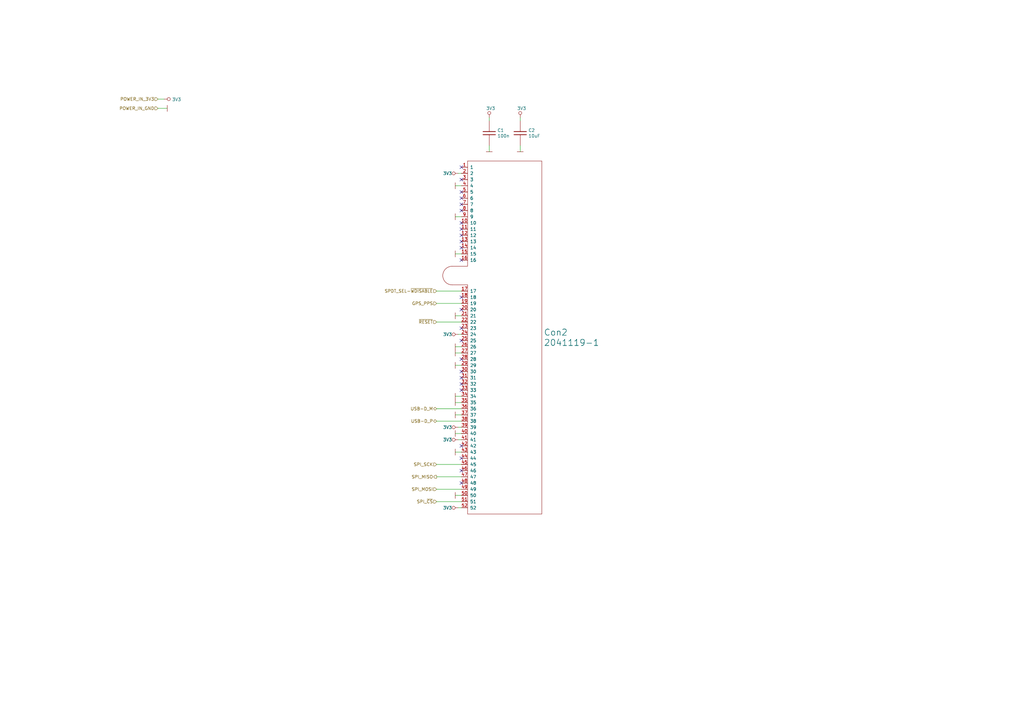
<source format=kicad_sch>
(kicad_sch (version 20210126) (generator eeschema)
  (paper "A3")
  (title_block (title "Minipci Module") (date "2021-01-10") (rev "V1.0") (company "Embedded System Labs"))
  (lib_symbols
    (symbol "Capacitors_Smd0603:100n" (pin_numbers hide) (pin_names (offset 0.254))
      (property "Reference" "C" (at 1.27 2.54 0))
      (property "Value" "100n" (at 1.27 -2.54 0))
      (symbol "100n_0_1"
        (polyline (pts (xy 2.54 -0.635) (xy -2.54 -0.635) (xy -2.54 -0.635)) (stroke (width 0.3048)))
        (polyline (pts (xy 2.54 0.635) (xy -2.54 0.635) (xy -2.54 0.635)) (stroke (width 0.3048)))
      )
      (symbol "100n_1_1"
        (pin passive line (at 0 5.08 270) (length 4.4704) (name "~") (number "1"))
        (pin passive line (at 0 -5.08 90) (length 4.4704) (name "~") (number "2"))
      )
    )
    (symbol "Capacitors_Smd0603:10uF" (pin_numbers hide) (pin_names (offset 1.016) hide)
      (property "Reference" "C" (at -3.81 0 90))
      (property "Value" "10uF" (at 3.81 0 90))
      (symbol "10uF_1_1"
        (polyline (pts (xy 2.54 -0.635) (xy -2.54 -0.635) (xy -2.54 -0.635)) (stroke (width 0.3048)))
        (polyline (pts (xy 2.54 0.635) (xy -2.54 0.635) (xy -2.54 0.635)) (stroke (width 0.3048)))
        (pin passive line (at 0 5.08 270) (length 4.4704) (name "~") (number "1"))
        (pin passive line (at 0 -5.08 90) (length 4.4704) (name "~") (number "2"))
      )
    )
    (symbol "Smd_Connectors:2041119-1" (pin_names (offset 1.016))
      (property "Reference" "Con" (at 22.86 0 90))
      (property "Value" "2041119-1" (at 19.05 0 90))
      (symbol "2041119-1_0_1"
        (arc (start -21.59 29.21) (end -21.59 21.59) (radius (at -21.59 25.4) (length 3.81) (angles 90.1 -90.1)))
        (polyline (pts (xy -21.59 21.59) (xy -15.24 21.59)))
        (polyline (pts (xy -21.59 29.21) (xy -15.24 29.21) (xy -15.24 72.39)))
        (polyline (pts (xy -15.24 72.39) (xy 15.24 72.39) (xy 15.24 -72.39) (xy -15.24 -72.39) (xy -15.24 21.59)))
      )
      (symbol "2041119-1_1_1"
        (pin passive line (at -17.78 69.85 0) (length 2.54) (name "1") (number "1"))
        (pin passive line (at -17.78 46.99 0) (length 2.54) (name "10") (number "10"))
        (pin passive line (at -17.78 44.45 0) (length 2.54) (name "11") (number "11"))
        (pin passive line (at -17.78 41.91 0) (length 2.54) (name "12") (number "12"))
        (pin passive line (at -17.78 39.37 0) (length 2.54) (name "13") (number "13"))
        (pin passive line (at -17.78 36.83 0) (length 2.54) (name "14") (number "14"))
        (pin passive line (at -17.78 34.29 0) (length 2.54) (name "15") (number "15"))
        (pin passive line (at -17.78 31.75 0) (length 2.54) (name "16") (number "16"))
        (pin passive line (at -17.78 19.05 0) (length 2.54) (name "17") (number "17"))
        (pin passive line (at -17.78 16.51 0) (length 2.54) (name "18") (number "18"))
        (pin passive line (at -17.78 13.97 0) (length 2.54) (name "19") (number "19"))
        (pin passive line (at -17.78 67.31 0) (length 2.54) (name "2") (number "2"))
        (pin passive line (at -17.78 11.43 0) (length 2.54) (name "20") (number "20"))
        (pin passive line (at -17.78 8.89 0) (length 2.54) (name "21") (number "21"))
        (pin passive line (at -17.78 6.35 0) (length 2.54) (name "22") (number "22"))
        (pin passive line (at -17.78 3.81 0) (length 2.54) (name "23") (number "23"))
        (pin passive line (at -17.78 1.27 0) (length 2.54) (name "24") (number "24"))
        (pin passive line (at -17.78 -1.27 0) (length 2.54) (name "25") (number "25"))
        (pin passive line (at -17.78 -3.81 0) (length 2.54) (name "26") (number "26"))
        (pin passive line (at -17.78 -6.35 0) (length 2.54) (name "27") (number "27"))
        (pin passive line (at -17.78 -8.89 0) (length 2.54) (name "28") (number "28"))
        (pin passive line (at -17.78 -11.43 0) (length 2.54) (name "29") (number "29"))
        (pin passive line (at -17.78 64.77 0) (length 2.54) (name "3") (number "3"))
        (pin passive line (at -17.78 -13.97 0) (length 2.54) (name "30") (number "30"))
        (pin passive line (at -17.78 -16.51 0) (length 2.54) (name "31") (number "31"))
        (pin passive line (at -17.78 -19.05 0) (length 2.54) (name "32") (number "32"))
        (pin passive line (at -17.78 -21.59 0) (length 2.54) (name "33") (number "33"))
        (pin passive line (at -17.78 -24.13 0) (length 2.54) (name "34") (number "34"))
        (pin passive line (at -17.78 -26.67 0) (length 2.54) (name "35") (number "35"))
        (pin passive line (at -17.78 -29.21 0) (length 2.54) (name "36") (number "36"))
        (pin passive line (at -17.78 -31.75 0) (length 2.54) (name "37") (number "37"))
        (pin passive line (at -17.78 -34.29 0) (length 2.54) (name "38") (number "38"))
        (pin passive line (at -17.78 -36.83 0) (length 2.54) (name "39") (number "39"))
        (pin passive line (at -17.78 62.23 0) (length 2.54) (name "4") (number "4"))
        (pin passive line (at -17.78 -39.37 0) (length 2.54) (name "40") (number "40"))
        (pin passive line (at -17.78 -41.91 0) (length 2.54) (name "41") (number "41"))
        (pin passive line (at -17.78 -44.45 0) (length 2.54) (name "42") (number "42"))
        (pin passive line (at -17.78 -46.99 0) (length 2.54) (name "43") (number "43"))
        (pin passive line (at -17.78 -49.53 0) (length 2.54) (name "44") (number "44"))
        (pin passive line (at -17.78 -52.07 0) (length 2.54) (name "45") (number "45"))
        (pin passive line (at -17.78 -54.61 0) (length 2.54) (name "46") (number "46"))
        (pin passive line (at -17.78 -57.15 0) (length 2.54) (name "47") (number "47"))
        (pin passive line (at -17.78 -59.69 0) (length 2.54) (name "48") (number "48"))
        (pin passive line (at -17.78 -62.23 0) (length 2.54) (name "49") (number "49"))
        (pin passive line (at -17.78 59.69 0) (length 2.54) (name "5") (number "5"))
        (pin passive line (at -17.78 -64.77 0) (length 2.54) (name "50") (number "50"))
        (pin passive line (at -17.78 -67.31 0) (length 2.54) (name "51") (number "51"))
        (pin passive line (at -17.78 -69.85 0) (length 2.54) (name "52") (number "52"))
        (pin passive line (at -17.78 57.15 0) (length 2.54) (name "6") (number "6"))
        (pin passive line (at -17.78 54.61 0) (length 2.54) (name "7") (number "7"))
        (pin passive line (at -17.78 52.07 0) (length 2.54) (name "8") (number "8"))
        (pin passive line (at -17.78 49.53 0) (length 2.54) (name "9") (number "9"))
      )
    )
    (symbol "power:3V3_NO_GLOBAL" (pin_names (offset 0))
      (property "Value" "3V3_NO_GLOBAL" (at 0 3.81 0))
      (symbol "3V3_NO_GLOBAL_0_0"
        (pin power_in line (at 0 0 90) (length 0) hide (name "3V3") (number "1"))
      )
      (symbol "3V3_NO_GLOBAL_0_1"
        (circle (center 0 1.905) (radius 0.635))
        (polyline (pts (xy 0 1.27) (xy 0 0)))
      )
    )
    (symbol "power:GND" (power) (pin_names (offset 0))
      (symbol "GND_0_1"
        (polyline (pts (xy -1.27 0) (xy 1.27 0)))
      )
      (symbol "GND_1_1"
        (pin power_in line (at 0 0 180) (length 0) hide (name "GND") (number "1"))
      )
    )
  )
  (no_connect (at 189.23 68.58))
  (no_connect (at 189.23 73.66))
  (no_connect (at 189.23 78.74))
  (no_connect (at 189.23 81.28))
  (no_connect (at 189.23 83.82))
  (no_connect (at 189.23 86.36))
  (no_connect (at 189.23 91.44))
  (no_connect (at 189.23 93.98))
  (no_connect (at 189.23 96.52))
  (no_connect (at 189.23 99.06))
  (no_connect (at 189.23 101.6))
  (no_connect (at 189.23 106.68))
  (no_connect (at 189.23 121.92))
  (no_connect (at 189.23 127))
  (no_connect (at 189.23 134.62))
  (no_connect (at 189.23 139.7))
  (no_connect (at 189.23 147.32))
  (no_connect (at 189.23 152.4))
  (no_connect (at 189.23 154.94))
  (no_connect (at 189.23 157.48))
  (no_connect (at 189.23 160.02))
  (no_connect (at 189.23 182.88))
  (no_connect (at 189.23 187.96))
  (no_connect (at 189.23 193.04))
  (no_connect (at 189.23 198.12))
  (wire (pts (xy 64.77 44.45) (xy 68.58 44.45)))
  (wire (pts (xy 67.31 40.64) (xy 64.77 40.64)))
  (wire (pts (xy 179.07 205.74) (xy 189.23 205.74)))
  (wire (pts (xy 189.23 71.12) (xy 187.96 71.12)))
  (wire (pts (xy 189.23 76.2) (xy 186.69 76.2)))
  (wire (pts (xy 189.23 88.9) (xy 186.69 88.9)))
  (wire (pts (xy 189.23 104.14) (xy 186.69 104.14)))
  (wire (pts (xy 189.23 119.38) (xy 179.07 119.38)))
  (wire (pts (xy 189.23 124.46) (xy 179.07 124.46)))
  (wire (pts (xy 189.23 129.54) (xy 186.69 129.54)))
  (wire (pts (xy 189.23 132.08) (xy 179.07 132.08)))
  (wire (pts (xy 189.23 137.16) (xy 187.96 137.16)))
  (wire (pts (xy 189.23 142.24) (xy 186.69 142.24)))
  (wire (pts (xy 189.23 144.78) (xy 186.69 144.78)))
  (wire (pts (xy 189.23 149.86) (xy 186.69 149.86)))
  (wire (pts (xy 189.23 162.56) (xy 186.69 162.56)))
  (wire (pts (xy 189.23 165.1) (xy 186.69 165.1)))
  (wire (pts (xy 189.23 167.64) (xy 179.07 167.64)))
  (wire (pts (xy 189.23 170.18) (xy 186.69 170.18)))
  (wire (pts (xy 189.23 172.72) (xy 179.07 172.72)))
  (wire (pts (xy 189.23 175.26) (xy 187.96 175.26)))
  (wire (pts (xy 189.23 177.8) (xy 186.69 177.8)))
  (wire (pts (xy 189.23 180.34) (xy 187.96 180.34)))
  (wire (pts (xy 189.23 185.42) (xy 186.69 185.42)))
  (wire (pts (xy 189.23 190.5) (xy 179.07 190.5)))
  (wire (pts (xy 189.23 195.58) (xy 179.07 195.58)))
  (wire (pts (xy 189.23 200.66) (xy 179.07 200.66)))
  (wire (pts (xy 189.23 203.2) (xy 186.69 203.2)))
  (wire (pts (xy 189.23 208.28) (xy 187.96 208.28)))
  (wire (pts (xy 200.66 49.53) (xy 200.66 48.26)))
  (wire (pts (xy 200.66 62.23) (xy 200.66 59.69)))
  (wire (pts (xy 213.36 48.26) (xy 213.36 49.53)))
  (wire (pts (xy 213.36 59.69) (xy 213.36 62.23)))
  (hierarchical_label "POWER_IN_3V3" (shape input) (at 64.77 40.64 180))
  (hierarchical_label "POWER_IN_GND" (shape input) (at 64.77 44.45 180))
  (hierarchical_label "SPDT_SEL-~WDISABLE~" (shape input) (at 179.07 119.38 180))
  (hierarchical_label "GPS_PPS" (shape input) (at 179.07 124.46 180))
  (hierarchical_label "~RESET~" (shape input) (at 179.07 132.08 180))
  (hierarchical_label "USB-D_M" (shape bidirectional) (at 179.07 167.64 180))
  (hierarchical_label "USB-D_P" (shape bidirectional) (at 179.07 172.72 180))
  (hierarchical_label "SPI_SCK" (shape input) (at 179.07 190.5 180))
  (hierarchical_label "SPI_MISO" (shape output) (at 179.07 195.58 180))
  (hierarchical_label "SPI_MOSI" (shape input) (at 179.07 200.66 180))
  (hierarchical_label "SPI_~CS~" (shape input) (at 179.07 205.74 180))
  (symbol (lib_id "power:GND") (at 68.58 44.45 90) (unit 1)
    (property "Reference" "#PWR05" (effects hide))
    (property "Value" "GND" (effects hide))
  )
  (symbol (lib_id "power:GND") (at 186.69 76.2 270) (unit 1)
    (property "Reference" "#PWR08" (effects hide))
    (property "Value" "GND" (effects hide))
  )
  (symbol (lib_id "power:GND") (at 186.69 88.9 270) (unit 1)
    (property "Reference" "#PWR09" (effects hide))
    (property "Value" "GND" (effects hide))
  )
  (symbol (lib_id "power:GND") (at 186.69 104.14 270) (unit 1)
    (property "Reference" "#PWR010" (effects hide))
    (property "Value" "GND" (effects hide))
  )
  (symbol (lib_id "power:GND") (at 186.69 129.54 270) (unit 1)
    (property "Reference" "#PWR012" (effects hide))
    (property "Value" "GND" (effects hide))
  )
  (symbol (lib_id "power:GND") (at 186.69 142.24 270) (unit 1)
    (property "Reference" "#PWR013" (effects hide))
    (property "Value" "GND" (effects hide))
  )
  (symbol (lib_id "power:GND") (at 186.69 144.78 270) (unit 1)
    (property "Reference" "#PWR014" (effects hide))
    (property "Value" "GND" (effects hide))
  )
  (symbol (lib_id "power:GND") (at 186.69 149.86 270) (unit 1)
    (property "Reference" "#PWR015" (effects hide))
    (property "Value" "GND" (effects hide))
  )
  (symbol (lib_id "power:GND") (at 186.69 162.56 270) (unit 1)
    (property "Reference" "#PWR016" (effects hide))
    (property "Value" "GND" (effects hide))
  )
  (symbol (lib_id "power:GND") (at 186.69 165.1 270) (unit 1)
    (property "Reference" "#PWR017" (effects hide))
    (property "Value" "GND" (effects hide))
  )
  (symbol (lib_id "power:GND") (at 186.69 170.18 270) (unit 1)
    (property "Reference" "#PWR018" (effects hide))
    (property "Value" "GND" (effects hide))
  )
  (symbol (lib_id "power:GND") (at 186.69 177.8 270) (unit 1)
    (property "Reference" "#PWR019" (effects hide))
    (property "Value" "GND" (effects hide))
  )
  (symbol (lib_id "power:GND") (at 186.69 185.42 270) (unit 1)
    (property "Reference" "#PWR020" (effects hide))
    (property "Value" "GND" (effects hide))
  )
  (symbol (lib_id "power:GND") (at 186.69 203.2 270) (unit 1)
    (property "Reference" "#PWR021" (effects hide))
    (property "Value" "GND" (effects hide))
  )
  (symbol (lib_id "power:GND") (at 200.66 62.23 0) (unit 1)
    (property "Reference" "#PWR0108" (effects hide))
    (property "Value" "GND" (effects hide))
  )
  (symbol (lib_id "power:GND") (at 213.36 62.23 0) (unit 1)
    (property "Reference" "#PWR0109" (effects hide))
    (property "Value" "GND" (effects hide))
  )
  (symbol (lib_id "power:3V3_NO_GLOBAL") (at 67.31 40.64 270) (unit 1)
    (property "Reference" "#PWR4" (effects hide))
    (property "Value" "3V3" (at 70.5612 40.8178 90) (effects (justify left)))
  )
  (symbol (lib_id "power:3V3_NO_GLOBAL") (at 187.96 71.12 90) (unit 1)
    (property "Reference" "#PWR22" (effects hide))
    (property "Value" "3V3" (at 185.42 71.12 90) (effects (justify left)))
  )
  (symbol (lib_id "power:3V3_NO_GLOBAL") (at 187.96 137.16 90) (unit 1)
    (property "Reference" "#PWR23" (effects hide))
    (property "Value" "3V3" (at 185.42 137.16 90) (effects (justify left)))
  )
  (symbol (lib_id "power:3V3_NO_GLOBAL") (at 187.96 175.26 90) (unit 1)
    (property "Reference" "#PWR24" (effects hide))
    (property "Value" "3V3" (at 185.42 175.26 90) (effects (justify left)))
  )
  (symbol (lib_id "power:3V3_NO_GLOBAL") (at 187.96 180.34 90) (unit 1)
    (property "Reference" "#PWR25" (effects hide))
    (property "Value" "3V3" (at 185.42 180.34 90) (effects (justify left)))
  )
  (symbol (lib_id "power:3V3_NO_GLOBAL") (at 187.96 208.28 90) (unit 1)
    (property "Reference" "#PWR26" (effects hide))
    (property "Value" "3V3" (at 185.42 208.28 90) (effects (justify left)))
  )
  (symbol (lib_id "power:3V3_NO_GLOBAL") (at 200.66 48.26 0) (unit 1)
    (property "Reference" "#PWR27" (effects hide))
    (property "Value" "3V3" (at 199.39 44.45 0) (effects (justify left)))
  )
  (symbol (lib_id "power:3V3_NO_GLOBAL") (at 213.36 48.26 0) (unit 1)
    (property "Reference" "#PWR28" (effects hide))
    (property "Value" "3V3" (at 212.09 44.45 0) (effects (justify left)))
  )
  (symbol (lib_id "Capacitors_Smd0603:100n") (at 200.66 54.61 0) (unit 1)
    (property "Reference" "C1" (at 203.9874 53.4416 0) (effects (justify left)))
    (property "Value" "100n" (at 203.9874 55.753 0) (effects (justify left)))
    (property "Footprint" "Capacitors_Smd_0603:100nF_0603" (effects hide))
    (property "Datasheet" "Capacitors/Smd_0603/Components_Documentation/KEM_C1005_Y5V_SMD.pdf" (effects hide))
    (property "Manufacturer" "SAMSUNG" (effects hide))
    (property "Manufacturer Part Number" "CL10B104JB8NNNC" (effects hide))
    (property "Supplier" "TME" (effects hide))
    (property "Supplier Part Number" "CL10B104JB8NNNC" (effects hide))
    (property "URL" "https://www.tme.eu/pl/details/cl10b104jb8nnnc/kondensatory-mlcc-smd-0603/samsung/" (effects hide))
    (property "Price@1pc" "0,04540" (effects hide))
    (property "Price@1000pcs" "0,02231" (effects hide))
    (property "Package" "0603" (effects hide))
  )
  (symbol (lib_id "Capacitors_Smd0603:10uF") (at 213.36 54.61 0) (unit 1)
    (property "Reference" "C2" (at 216.6874 53.4416 0) (effects (justify left)))
    (property "Value" "10uF" (at 216.6874 55.753 0) (effects (justify left)))
    (property "Footprint" "Capacitors_Smd_0603:10uF_10V_0603" (effects hide))
    (property "Datasheet" "https://www.tme.eu/Document/08070be221b22b3ff38fe1f90e5753ee/C0603C106M9PACTU.pdf" (effects hide))
    (property "Manufacturer" "KEMET" (effects hide))
    (property "Manufacturer Part Number" "C0603C106M9PACTU" (effects hide))
    (property "Supplier" "TME" (effects hide))
    (property "Supplier Part Number" "C0603C106M9PAC" (effects hide))
    (property "URL" "https://www.tme.eu/pl/details/c0603c106m9pac/kondensatory-mlcc-smd-0603/kemet/c0603c106m9pactu/" (effects hide))
    (property "Price@1pc" "0,81309" (effects hide))
    (property "Price@1000pcs" "0,20713" (effects hide))
    (property "Developer" "MW" (effects hide))
    (property "Package" "0603" (effects hide))
    (property "LCSC Part # (optional)" "C162265" (effects hide))
  )
  (symbol (lib_id "Smd_Connectors:2041119-1") (at 207.01 138.43 0) (unit 1)
    (property "Reference" "Con2" (at 222.9612 136.3218 0) (effects (font (size 2.54 2.54)) (justify left)))
    (property "Value" "2041119-1" (at 222.9612 140.5382 0) (effects (font (size 2.54 2.54)) (justify left)))
    (property "Footprint" "Smd_Connectors:2041119-1" (effects hide))
    (property "Datasheet" "Connectors/Smd_Connectors/Components_Documentation/2041119-1.pdf" (effects hide))
    (property "Manufacturer" "TE Connectivity" (effects hide))
    (property "Manufacturer Part Number" "2041119-1" (effects hide))
    (property "Supplier" "Mouser" (effects hide))
    (property "Supplier Part Number" "571-2041119-1" (effects hide))
    (property "URL" "https://pl.mouser.com/ProductDetail/TE-Connectivity/2041119-1?qs=%252BD5sUuPmlApmv1YR%252BaSc%252Bw%3D%3D" (effects hide))
    (property "Price@1pc" "2,76" (effects hide))
    (property "Price@1000pcs" "1,81" (effects hide))
    (property "Developer" "WP" (effects hide))
  )
)
</source>
